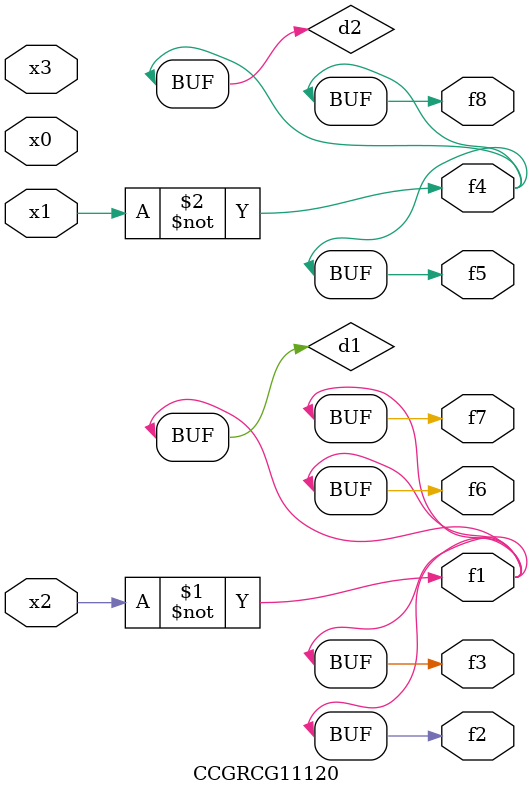
<source format=v>
module CCGRCG11120(
	input x0, x1, x2, x3,
	output f1, f2, f3, f4, f5, f6, f7, f8
);

	wire d1, d2;

	xnor (d1, x2);
	not (d2, x1);
	assign f1 = d1;
	assign f2 = d1;
	assign f3 = d1;
	assign f4 = d2;
	assign f5 = d2;
	assign f6 = d1;
	assign f7 = d1;
	assign f8 = d2;
endmodule

</source>
